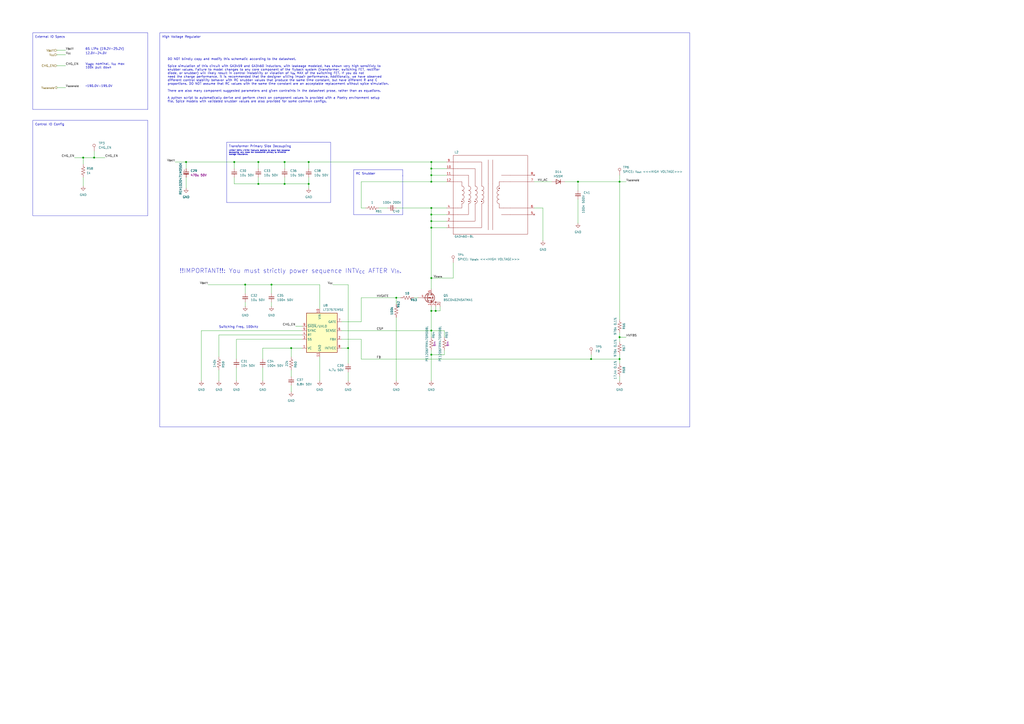
<source format=kicad_sch>
(kicad_sch (version 20231120) (generator "eeschema") (generator_version "8.0")
  (paper "A2")
  (title_block (title "Kicker") (date "2024-12-04") (rev "4.0") (company "The A-Team (RC SSL)") (comment 1 "W. Stuckey"))
  (lib_symbols
    (symbol "AT-Inductors:GA3460-BL"
      (property "Reference" "L" (at 0 -25.4 0))
      (property "Value" "GA3460-BL" (at 0 25.4 0))
      (symbol "GA3460-BL_0_1"
        (rectangle (start -21.59 22.86) (end 21.59 -22.86) (stroke (width 0.1524)))
        (arc (start -16.51 -5.08) (mid -15.2558 -3.81) (end -16.51 -2.54) (stroke (width 0.1524)))
        (circle (center -16.51 3.81) (radius 0.254) (stroke (width 0.1524)) (fill (type outline)))
        (arc (start -16.4198 -2.54) (mid -15.2368 -1.27) (end -16.4198 0) (stroke (width 0.1524)))
        (arc (start -16.3296 2.54) (mid -15.2979 3.8897) (end -16.51 5.08) (stroke (width 0.1524)))
        (arc (start -16.2619 0.0112) (mid -15.2302 1.3609) (end -16.4423 2.5512) (stroke (width 0.1524)))
        (arc (start -12.6841 -5.08) (mid -11.4299 -3.81) (end -12.6841 -2.54) (stroke (width 0.1524)))
        (arc (start -12.5939 -2.54) (mid -11.4109 -1.27) (end -12.5939 0) (stroke (width 0.1524)))
        (arc (start -12.5196 2.54) (mid -11.4184 3.8946) (end -12.7 5.08) (stroke (width 0.1524)))
        (arc (start -12.4519 0.0112) (mid -11.4202 1.3609) (end -12.6323 2.5512) (stroke (width 0.1524)))
        (circle (center -12.446 3.81) (radius 0.254) (stroke (width 0.1524)) (fill (type outline)))
        (circle (center -8.89 3.81) (radius 0.254) (stroke (width 0.1524)) (fill (type outline)))
        (arc (start -8.8741 -5.08) (mid -7.6199 -3.81) (end -8.8741 -2.54) (stroke (width 0.1524)))
        (arc (start -8.7839 -2.54) (mid -7.6009 -1.27) (end -8.7839 0) (stroke (width 0.1524)))
        (arc (start -8.7096 2.54) (mid -7.6743 3.89) (end -8.89 5.08) (stroke (width 0.1524)))
        (arc (start -8.6419 0.0112) (mid -7.6102 1.3609) (end -8.8223 2.5512) (stroke (width 0.1524)))
        (circle (center -5.08 3.81) (radius 0.254) (stroke (width 0.1524)) (fill (type outline)))
        (arc (start -5.0641 -5.08) (mid -3.8099 -3.81) (end -5.0641 -2.54) (stroke (width 0.1524)))
        (arc (start -4.9898 2.54) (mid -3.8068 3.81) (end -4.9898 5.08) (stroke (width 0.1524)))
        (arc (start -4.9739 -2.54) (mid -3.7909 -1.27) (end -4.9739 0) (stroke (width 0.1524)))
        (arc (start -4.8319 0.0112) (mid -3.8002 1.3609) (end -5.0123 2.5512) (stroke (width 0.1524)))
        (polyline (pts (xy -19.05 -19.05) (xy -22.86 -19.05)) (stroke (width 0.1524)))
        (polyline (pts (xy -19.05 -11.43) (xy -22.86 -11.43)) (stroke (width 0.1524)))
        (polyline (pts (xy -19.05 -7.62) (xy -22.86 -7.62)) (stroke (width 0.1524)))
        (polyline (pts (xy -19.05 7.62) (xy -22.86 7.62)) (stroke (width 0.1524)))
        (polyline (pts (xy -19.05 15.24) (xy -22.86 15.24)) (stroke (width 0.1524)))
        (polyline (pts (xy -1.27 -6.35) (xy -1.27 -20.32)) (stroke (width 0.1524)))
        (polyline (pts (xy -1.27 6.35) (xy -1.27 -6.35)) (stroke (width 0.1524)))
        (polyline (pts (xy -1.27 6.35) (xy -1.27 20.32)) (stroke (width 0.1524)))
        (polyline (pts (xy 1.27 -6.35) (xy 1.27 -20.32)) (stroke (width 0.1524)))
        (polyline (pts (xy 1.27 6.35) (xy 1.27 -6.35)) (stroke (width 0.1524)))
        (polyline (pts (xy 1.27 6.35) (xy 1.27 20.32)) (stroke (width 0.1524)))
        (polyline (pts (xy 7.62 -7.62) (xy 11.43 -7.62)) (stroke (width 0.1524)))
        (polyline (pts (xy 7.62 7.62) (xy 11.43 7.62)) (stroke (width 0.1524)))
        (polyline (pts (xy 11.43 -11.43) (xy 6.35 -11.43)) (stroke (width 0.1524)))
        (polyline (pts (xy 11.43 -11.43) (xy 22.86 -11.43)) (stroke (width 0.1524)))
        (polyline (pts (xy 11.43 -7.62) (xy 22.86 -7.62)) (stroke (width 0.1524)))
        (polyline (pts (xy 11.43 7.62) (xy 22.86 7.62)) (stroke (width 0.1524)))
        (polyline (pts (xy 11.43 11.43) (xy 6.35 11.43)) (stroke (width 0.1524)))
        (polyline (pts (xy 11.43 11.43) (xy 22.86 11.43)) (stroke (width 0.1524)))
        (polyline (pts (xy -19.05 -15.24) (xy -22.86 -15.24) (xy -21.59 -15.24)) (stroke (width 0.1524)))
        (polyline (pts (xy -19.05 11.43) (xy -22.86 11.43) (xy -21.59 11.43)) (stroke (width 0.1524)))
        (polyline (pts (xy -19.05 19.05) (xy -22.86 19.05) (xy -21.59 19.05)) (stroke (width 0.1524)))
        (polyline (pts (xy -16.51 -5.08) (xy -16.51 -7.62) (xy -19.05 -7.62)) (stroke (width 0.1524)))
        (polyline (pts (xy -16.51 5.08) (xy -16.51 7.62) (xy -19.05 7.62)) (stroke (width 0.1524)))
        (polyline (pts (xy -12.7 -5.08) (xy -12.7 -11.43) (xy -19.05 -11.43)) (stroke (width 0.1524)))
        (polyline (pts (xy -12.7 5.08) (xy -12.7 11.43) (xy -19.05 11.43)) (stroke (width 0.1524)))
        (polyline (pts (xy -8.89 -5.08) (xy -8.89 -15.24) (xy -19.05 -15.24)) (stroke (width 0.1524)))
        (polyline (pts (xy -8.89 5.08) (xy -8.89 15.24) (xy -19.05 15.24)) (stroke (width 0.1524)))
        (polyline (pts (xy -5.08 -5.08) (xy -5.08 -19.05) (xy -19.05 -19.05)) (stroke (width 0.1524)))
        (polyline (pts (xy -5.08 5.08) (xy -5.08 19.05) (xy -19.05 19.05)) (stroke (width 0.1524)))
        (polyline (pts (xy 5.08 -5.08) (xy 5.08 -7.62) (xy 7.62 -7.62)) (stroke (width 0.1524)))
        (polyline (pts (xy 5.08 5.08) (xy 5.08 7.62) (xy 7.62 7.62)) (stroke (width 0.1524)))
        (arc (start 4.9739 0) (mid 3.7909 -1.27) (end 4.9739 -2.54) (stroke (width 0.1524)))
        (arc (start 4.9898 5.08) (mid 3.8068 3.81) (end 4.9898 2.54) (stroke (width 0.1524)))
        (arc (start 5.0123 2.5512) (mid 3.8002 1.3609) (end 4.8319 0.0112) (stroke (width 0.1524)))
        (arc (start 5.0641 -2.54) (mid 3.8099 -3.81) (end 5.0641 -5.08) (stroke (width 0.1524)))
        (circle (center 5.08 -3.81) (radius 0.254) (stroke (width 0.1524)) (fill (type outline)))
      )
      (symbol "GA3460-BL_1_1"
        (pin passive line (at -25.4 19.05 0) (length 2.54) (name "") (number "1"))
        (pin passive line (at -25.4 -15.24 0) (length 2.54) (name "") (number "10"))
        (pin passive line (at -25.4 -11.43 0) (length 2.54) (name "") (number "11"))
        (pin passive line (at -25.4 -7.62 0) (length 2.54) (name "") (number "12"))
        (pin passive line (at -25.4 15.24 0) (length 2.54) (name "") (number "2"))
        (pin passive line (at -25.4 11.43 0) (length 2.54) (name "") (number "3"))
        (pin passive line (at -25.4 7.62 0) (length 2.54) (name "") (number "4"))
        (pin no_connect line (at 25.4 11.43 180) (length 2.54) (name "") (number "5"))
        (pin passive line (at 25.4 7.62 180) (length 2.54) (name "") (number "6"))
        (pin passive line (at 25.4 -7.62 180) (length 2.54) (name "") (number "7"))
        (pin no_connect line (at 25.4 -11.43 180) (length 2.54) (name "") (number "8"))
        (pin passive line (at -25.4 -19.05 0) (length 2.54) (name "") (number "9"))
      )
    )
    (symbol "AT-Transistors:Q_NMOS_SGD_PowerPAK" (pin_names (offset 0) hide)
      (property "Reference" "Q" (at 5.08 1.27 0))
      (property "Value" "Q_NMOS_SGD_PowerPAK" (at 5.08 -1.27 0))
      (symbol "Q_NMOS_SGD_PowerPAK_0_1"
        (polyline (pts (xy 0.254 0) (xy -2.54 0)))
        (polyline (pts (xy 0.254 1.905) (xy 0.254 -1.905)) (stroke (width 0.254)))
        (polyline (pts (xy 0.762 -1.27) (xy 0.762 -2.286)) (stroke (width 0.254)))
        (polyline (pts (xy 0.762 0.508) (xy 0.762 -0.508)) (stroke (width 0.254)))
        (polyline (pts (xy 0.762 2.286) (xy 0.762 1.27)) (stroke (width 0.254)))
        (polyline (pts (xy 2.54 2.54) (xy 2.54 1.778)))
        (polyline (pts (xy 7.62 -2.54) (xy 5.08 -2.54)) (stroke (width 0.1524)))
        (polyline (pts (xy 2.54 -2.54) (xy 2.54 0) (xy 0.762 0)))
        (polyline (pts (xy 5.08 -2.54) (xy 2.54 -2.54) (xy 3.81 -2.54)) (stroke (width 0.1524)))
        (polyline (pts (xy 0.762 -1.778) (xy 3.302 -1.778) (xy 3.302 1.778) (xy 0.762 1.778)))
        (polyline (pts (xy 1.016 0) (xy 2.032 0.381) (xy 2.032 -0.381) (xy 1.016 0)) (fill (type outline)))
        (polyline (pts (xy 2.794 0.508) (xy 2.921 0.381) (xy 3.683 0.381) (xy 3.81 0.254)))
        (polyline (pts (xy 3.302 0.381) (xy 2.921 -0.254) (xy 3.683 -0.254) (xy 3.302 0.381)))
        (circle (center 1.651 0) (radius 2.794) (stroke (width 0.254)))
        (circle (center 2.54 -2.54) (radius 0.254) (fill (type outline)))
        (circle (center 2.54 -1.778) (radius 0.254) (fill (type outline)))
        (circle (center 2.54 1.778) (radius 0.254) (fill (type outline)))
        (circle (center 5.08 -2.54) (radius 0.254) (fill (type outline)))
      )
      (symbol "Q_NMOS_SGD_PowerPAK_1_1"
        (pin passive line (at 2.54 -5.08 90) (length 2.54) (name "S") (number "1"))
        (pin passive line (at 5.08 -5.08 90) (length 2.54) (name "S") (number "2"))
        (pin passive line (at 7.62 -5.08 90) (length 2.54) (name "S") (number "3"))
        (pin input line (at -5.08 0 0) (length 5.08) (name "G") (number "4"))
        (pin passive line (at 2.54 5.08 270) (length 2.54) (name "D") (number "5"))
      )
    )
    (symbol "Connector:TestPoint" (pin_numbers hide) (pin_names (offset 0.762) hide)
      (property "Reference" "TP" (at 0 6.858 0))
      (property "Value" "TestPoint" (at 0 5.08 0))
      (symbol "TestPoint_0_1"
        (circle (center 0 3.302) (radius 0.762))
      )
      (symbol "TestPoint_1_1"
        (pin passive line (at 0 0 90) (length 2.54) (name "1") (number "1"))
      )
    )
    (symbol "Device:C_Polarized_Small" (pin_numbers hide) (pin_names (offset 0.254) hide)
      (property "Reference" "C" (at 0.254 1.778 0))
      (property "Value" "C_Polarized_Small" (at 0.254 -2.032 0))
      (symbol "C_Polarized_Small_0_1"
        (rectangle (start -1.524 -0.3048) (end 1.524 -0.6858) (fill (type outline)))
        (rectangle (start -1.524 0.6858) (end 1.524 0.3048))
        (polyline (pts (xy -1.27 1.524) (xy -0.762 1.524)))
        (polyline (pts (xy -1.016 1.27) (xy -1.016 1.778)))
      )
      (symbol "C_Polarized_Small_1_1"
        (pin passive line (at 0 2.54 270) (length 1.8542) (name "~") (number "1"))
        (pin passive line (at 0 -2.54 90) (length 1.8542) (name "~") (number "2"))
      )
    )
    (symbol "Device:C_Small" (pin_numbers hide) (pin_names (offset 0.254) hide)
      (property "Reference" "C" (at 0.254 1.778 0))
      (property "Value" "C_Small" (at 0.254 -2.032 0))
      (symbol "C_Small_0_1"
        (polyline (pts (xy -1.524 -0.508) (xy 1.524 -0.508)) (stroke (width 0.3302)))
        (polyline (pts (xy -1.524 0.508) (xy 1.524 0.508)) (stroke (width 0.3048)))
      )
      (symbol "C_Small_1_1"
        (pin passive line (at 0 2.54 270) (length 2.032) (name "~") (number "1"))
        (pin passive line (at 0 -2.54 90) (length 2.032) (name "~") (number "2"))
      )
    )
    (symbol "Device:D" (pin_numbers hide) (pin_names (offset 1.016) hide)
      (property "Reference" "D" (at 0 2.54 0))
      (property "Value" "D" (at 0 -2.54 0))
      (symbol "D_0_1"
        (polyline (pts (xy -1.27 1.27) (xy -1.27 -1.27)) (stroke (width 0.254)))
        (polyline (pts (xy 1.27 0) (xy -1.27 0)))
        (polyline (pts (xy 1.27 1.27) (xy 1.27 -1.27) (xy -1.27 0) (xy 1.27 1.27)) (stroke (width 0.254)))
      )
      (symbol "D_1_1"
        (pin passive line (at -3.81 0 0) (length 2.54) (name "K") (number "1"))
        (pin passive line (at 3.81 0 180) (length 2.54) (name "A") (number "2"))
      )
    )
    (symbol "Device:R_US" (pin_numbers hide) (pin_names (offset 0))
      (property "Reference" "R" (at 2.54 0 90))
      (property "Value" "R_US" (at -2.54 0 90))
      (symbol "R_US_0_1"
        (polyline (pts (xy 0 -2.286) (xy 0 -2.54)))
        (polyline (pts (xy 0 2.286) (xy 0 2.54)))
        (polyline (pts (xy 0 -0.762) (xy 1.016 -1.143) (xy 0 -1.524) (xy -1.016 -1.905) (xy 0 -2.286)))
        (polyline (pts (xy 0 0.762) (xy 1.016 0.381) (xy 0 0) (xy -1.016 -0.381) (xy 0 -0.762)))
        (polyline (pts (xy 0 2.286) (xy 1.016 1.905) (xy 0 1.524) (xy -1.016 1.143) (xy 0 0.762)))
      )
      (symbol "R_US_1_1"
        (pin passive line (at 0 3.81 270) (length 1.27) (name "~") (number "1"))
        (pin passive line (at 0 -3.81 90) (length 1.27) (name "~") (number "2"))
      )
    )
    (symbol "Regulator_Switching:LT3757EMSE"
      (property "Reference" "U" (at -6.35 11.43 0))
      (property "Value" "LT3757EMSE" (at 1.27 11.43 0))
      (symbol "LT3757EMSE_0_1"
        (rectangle (start -7.62 10.16) (end 10.16 -12.7) (stroke (width 0.254)) (fill (type background)))
      )
      (symbol "LT3757EMSE_1_1"
        (pin input line (at -10.16 -10.16 0) (length 2.54) (name "VC") (number "1"))
        (pin power_in line (at 0 12.7 270) (length 2.54) (name "VIN") (number "10"))
        (pin power_in line (at 0 -15.24 90) (length 2.54) (name "GND") (number "11"))
        (pin input line (at 12.7 -5.08 180) (length 2.54) (name "FBX") (number "2"))
        (pin input line (at -10.16 -5.08 0) (length 2.54) (name "SS") (number "3"))
        (pin input line (at -10.16 -2.54 0) (length 2.54) (name "RT") (number "4"))
        (pin input line (at -10.16 0 0) (length 2.54) (name "SYNC") (number "5"))
        (pin input line (at 12.7 0 180) (length 2.54) (name "SENSE") (number "6"))
        (pin output line (at 12.7 5.08 180) (length 2.54) (name "GATE") (number "7"))
        (pin output line (at 12.7 -10.16 180) (length 2.54) (name "INTVCC") (number "8"))
        (pin input line (at -10.16 2.54 0) (length 2.54) (name "~{SHDN}/UVLO") (number "9"))
      )
    )
    (symbol "power:GND" (power) (pin_numbers hide) (pin_names (offset 0) hide)
      (property "Value" "GND" (at 0 -3.81 0))
      (symbol "GND_0_1"
        (polyline (pts (xy 0 0) (xy 0 -1.27) (xy 1.27 -1.27) (xy 0 -2.54) (xy -1.27 -1.27) (xy 0 -1.27)))
      )
      (symbol "GND_1_1"
        (pin power_in line (at 0 0 270) (length 0) (name "~") (number "1"))
      )
    )
  )
  (junction (at 54.61 91.44))
  (junction (at 250.19 191.77))
  (junction (at 252.73 180.34))
  (junction (at 201.93 201.93))
  (junction (at 342.9 208.28))
  (junction (at 229.87 172.72))
  (junction (at 359.41 105.41))
  (junction (at 250.19 105.41))
  (junction (at 250.19 101.6))
  (junction (at 250.19 205.74))
  (junction (at 179.07 106.68))
  (junction (at 335.28 105.41))
  (junction (at 179.07 93.98))
  (junction (at 149.86 106.68))
  (junction (at 250.19 124.46))
  (junction (at 48.26 91.44))
  (junction (at 107.95 93.98))
  (junction (at 250.19 120.65))
  (junction (at 250.19 161.29))
  (junction (at 359.41 208.28))
  (junction (at 142.24 165.1))
  (junction (at 250.19 180.34))
  (junction (at 168.91 201.93))
  (junction (at 250.19 97.79))
  (junction (at 359.41 195.58))
  (junction (at 157.48 165.1))
  (junction (at 250.19 132.08))
  (junction (at 165.1 93.98))
  (junction (at 135.89 93.98))
  (junction (at 250.19 93.98))
  (junction (at 165.1 106.68))
  (junction (at 149.86 93.98))
  (junction (at 250.19 128.27))
  (wire (pts (xy 209.55 172.72) (xy 229.87 172.72)))
  (wire (pts (xy 250.19 120.65) (xy 250.19 124.46)))
  (polyline (pts (xy 233.68 124.46) (xy 205.105 124.46)))
  (wire (pts (xy 152.4 201.93) (xy 168.91 201.93)))
  (wire (pts (xy 250.19 93.98) (xy 259.08 93.98)))
  (wire (pts (xy 250.19 105.41) (xy 250.19 101.6)))
  (wire (pts (xy 137.16 196.85) (xy 137.16 208.28)))
  (wire (pts (xy 175.26 201.93) (xy 168.91 201.93)))
  (wire (pts (xy 250.19 180.34) (xy 252.73 180.34)))
  (polyline (pts (xy 131.445 117.475) (xy 131.445 82.55)))
  (wire (pts (xy 255.27 180.34) (xy 252.73 180.34)))
  (wire (pts (xy 209.55 120.65) (xy 209.55 105.41)))
  (wire (pts (xy 262.89 152.4) (xy 262.89 161.29)))
  (wire (pts (xy 175.26 196.85) (xy 137.16 196.85)))
  (wire (pts (xy 359.41 208.28) (xy 359.41 210.82)))
  (wire (pts (xy 165.1 102.87) (xy 165.1 106.68)))
  (wire (pts (xy 335.28 115.57) (xy 335.28 129.54)))
  (polyline (pts (xy 205.105 98.425) (xy 233.68 98.425)))
  (wire (pts (xy 327.66 105.41) (xy 335.28 105.41)))
  (polyline (pts (xy 191.77 82.55) (xy 191.77 117.475)))
  (wire (pts (xy 168.91 201.93) (xy 168.91 207.01)))
  (wire (pts (xy 107.95 93.98) (xy 135.89 93.98)))
  (wire (pts (xy 250.19 101.6) (xy 250.19 97.79)))
  (wire (pts (xy 250.19 180.34) (xy 250.19 191.77)))
  (wire (pts (xy 157.48 170.18) (xy 157.48 165.1)))
  (wire (pts (xy 33.02 29.21) (xy 38.1 29.21)))
  (wire (pts (xy 48.26 91.44) (xy 48.26 95.25)))
  (wire (pts (xy 229.87 184.15) (xy 229.87 220.98)))
  (wire (pts (xy 229.87 172.72) (xy 229.87 176.53)))
  (wire (pts (xy 259.08 105.41) (xy 250.19 105.41)))
  (polyline (pts (xy 92.71 19.05) (xy 400.05 19.05)))
  (wire (pts (xy 359.41 105.41) (xy 359.41 185.42)))
  (wire (pts (xy 165.1 93.98) (xy 165.1 97.79)))
  (wire (pts (xy 250.19 203.2) (xy 250.19 205.74)))
  (wire (pts (xy 101.6 93.98) (xy 107.95 93.98)))
  (wire (pts (xy 240.03 172.72) (xy 242.57 172.72)))
  (wire (pts (xy 48.26 102.87) (xy 48.26 107.95)))
  (wire (pts (xy 209.55 186.69) (xy 209.55 172.72)))
  (wire (pts (xy 257.81 205.74) (xy 250.19 205.74)))
  (wire (pts (xy 165.1 93.98) (xy 179.07 93.98)))
  (wire (pts (xy 137.16 213.36) (xy 137.16 220.98)))
  (polyline (pts (xy 19.05 19.05) (xy 85.725 19.05)))
  (wire (pts (xy 309.88 105.41) (xy 320.04 105.41)))
  (wire (pts (xy 250.19 97.79) (xy 250.19 93.98)))
  (wire (pts (xy 149.86 102.87) (xy 149.86 106.68)))
  (polyline (pts (xy 205.105 124.46) (xy 205.105 98.425)))
  (wire (pts (xy 43.18 91.44) (xy 48.26 91.44)))
  (wire (pts (xy 179.07 93.98) (xy 179.07 97.79)))
  (wire (pts (xy 165.1 106.68) (xy 179.07 106.68)))
  (polyline (pts (xy 400.05 247.65) (xy 92.71 247.65)))
  (wire (pts (xy 342.9 205.74) (xy 342.9 208.28)))
  (polyline (pts (xy 233.68 101.6) (xy 233.68 124.46)))
  (wire (pts (xy 185.42 207.01) (xy 185.42 220.98)))
  (wire (pts (xy 359.41 218.44) (xy 359.41 220.98)))
  (wire (pts (xy 33.02 50.8) (xy 38.1 50.8)))
  (wire (pts (xy 359.41 195.58) (xy 363.22 195.58)))
  (wire (pts (xy 359.41 193.04) (xy 359.41 195.58)))
  (wire (pts (xy 54.61 87.63) (xy 54.61 91.44)))
  (wire (pts (xy 250.19 191.77) (xy 257.81 191.77)))
  (wire (pts (xy 250.19 128.27) (xy 259.08 128.27)))
  (wire (pts (xy 209.55 208.28) (xy 342.9 208.28)))
  (polyline (pts (xy 19.05 19.05) (xy 19.05 63.5)))
  (wire (pts (xy 107.95 102.87) (xy 107.95 109.22)))
  (wire (pts (xy 209.55 105.41) (xy 250.19 105.41)))
  (wire (pts (xy 175.26 194.31) (xy 127 194.31)))
  (wire (pts (xy 201.93 165.1) (xy 201.93 201.93)))
  (wire (pts (xy 252.73 177.8) (xy 252.73 180.34)))
  (wire (pts (xy 152.4 213.36) (xy 152.4 220.98)))
  (wire (pts (xy 335.28 105.41) (xy 359.41 105.41)))
  (wire (pts (xy 250.19 177.8) (xy 250.19 180.34)))
  (polyline (pts (xy 233.68 98.425) (xy 233.68 102.235)))
  (wire (pts (xy 250.19 101.6) (xy 259.08 101.6)))
  (wire (pts (xy 342.9 208.28) (xy 359.41 208.28)))
  (wire (pts (xy 250.19 132.08) (xy 250.19 161.29)))
  (wire (pts (xy 33.02 38.1) (xy 38.1 38.1)))
  (wire (pts (xy 127 194.31) (xy 127 207.01)))
  (wire (pts (xy 250.19 124.46) (xy 259.08 124.46)))
  (wire (pts (xy 229.87 172.72) (xy 232.41 172.72)))
  (wire (pts (xy 250.19 128.27) (xy 250.19 132.08)))
  (wire (pts (xy 135.89 106.68) (xy 149.86 106.68)))
  (wire (pts (xy 198.12 191.77) (xy 250.19 191.77)))
  (polyline (pts (xy 85.725 69.85) (xy 85.725 125.095)))
  (wire (pts (xy 359.41 195.58) (xy 359.41 198.12)))
  (wire (pts (xy 48.26 91.44) (xy 54.61 91.44)))
  (wire (pts (xy 209.55 196.85) (xy 198.12 196.85)))
  (wire (pts (xy 179.07 102.87) (xy 179.07 106.68)))
  (wire (pts (xy 314.96 120.65) (xy 314.96 139.7)))
  (wire (pts (xy 179.07 106.68) (xy 179.07 109.22)))
  (wire (pts (xy 175.26 191.77) (xy 116.84 191.77)))
  (wire (pts (xy 255.27 177.8) (xy 255.27 180.34)))
  (wire (pts (xy 257.81 195.58) (xy 257.81 191.77)))
  (wire (pts (xy 135.89 93.98) (xy 135.89 97.79)))
  (wire (pts (xy 250.19 205.74) (xy 250.19 220.98)))
  (polyline (pts (xy 400.05 19.05) (xy 400.05 247.65)))
  (wire (pts (xy 209.55 208.28) (xy 209.55 196.85)))
  (polyline (pts (xy 85.725 69.85) (xy 19.05 69.85)))
  (wire (pts (xy 149.86 106.68) (xy 165.1 106.68)))
  (wire (pts (xy 229.87 120.65) (xy 250.19 120.65)))
  (wire (pts (xy 142.24 175.26) (xy 142.24 177.8)))
  (polyline (pts (xy 19.05 125.095) (xy 85.725 125.095)))
  (wire (pts (xy 250.19 191.77) (xy 250.19 195.58)))
  (wire (pts (xy 185.42 165.1) (xy 185.42 179.07)))
  (wire (pts (xy 193.04 165.1) (xy 201.93 165.1)))
  (wire (pts (xy 359.41 101.6) (xy 359.41 105.41)))
  (wire (pts (xy 135.89 93.98) (xy 149.86 93.98)))
  (wire (pts (xy 168.91 214.63) (xy 168.91 218.44)))
  (wire (pts (xy 250.19 120.65) (xy 259.08 120.65)))
  (wire (pts (xy 250.19 132.08) (xy 259.08 132.08)))
  (wire (pts (xy 142.24 165.1) (xy 142.24 170.18)))
  (wire (pts (xy 142.24 165.1) (xy 157.48 165.1)))
  (wire (pts (xy 168.91 223.52) (xy 168.91 227.33)))
  (wire (pts (xy 250.19 161.29) (xy 250.19 167.64)))
  (wire (pts (xy 157.48 165.1) (xy 185.42 165.1)))
  (wire (pts (xy 171.45 189.23) (xy 175.26 189.23)))
  (polyline (pts (xy 85.725 63.5) (xy 19.05 63.5)))
  (wire (pts (xy 198.12 201.93) (xy 201.93 201.93)))
  (wire (pts (xy 212.09 120.65) (xy 209.55 120.65)))
  (wire (pts (xy 201.93 215.9) (xy 201.93 220.98)))
  (wire (pts (xy 250.19 97.79) (xy 259.08 97.79)))
  (polyline (pts (xy 131.445 82.55) (xy 191.77 82.55)))
  (wire (pts (xy 262.89 161.29) (xy 250.19 161.29)))
  (wire (pts (xy 179.07 93.98) (xy 250.19 93.98)))
  (polyline (pts (xy 85.725 19.05) (xy 85.725 63.5)))
  (wire (pts (xy 149.86 93.98) (xy 165.1 93.98)))
  (wire (pts (xy 116.84 191.77) (xy 116.84 220.98)))
  (wire (pts (xy 219.71 120.65) (xy 224.79 120.65)))
  (wire (pts (xy 359.41 205.74) (xy 359.41 208.28)))
  (wire (pts (xy 107.95 97.79) (xy 107.95 93.98)))
  (wire (pts (xy 157.48 175.26) (xy 157.48 177.8)))
  (polyline (pts (xy 19.05 69.85) (xy 19.05 125.095)))
  (wire (pts (xy 257.81 203.2) (xy 257.81 205.74)))
  (wire (pts (xy 152.4 208.28) (xy 152.4 201.93)))
  (wire (pts (xy 33.02 31.75) (xy 38.1 31.75)))
  (wire (pts (xy 127 214.63) (xy 127 220.98)))
  (wire (pts (xy 135.89 102.87) (xy 135.89 106.68)))
  (wire (pts (xy 54.61 91.44) (xy 60.96 91.44)))
  (wire (pts (xy 149.86 93.98) (xy 149.86 97.79)))
  (wire (pts (xy 201.93 201.93) (xy 201.93 210.82)))
  (wire (pts (xy 120.65 165.1) (xy 142.24 165.1)))
  (wire (pts (xy 198.12 186.69) (xy 209.55 186.69)))
  (wire (pts (xy 250.19 124.46) (xy 250.19 128.27)))
  (wire (pts (xy 359.41 105.41) (xy 363.22 105.41)))
  (wire (pts (xy 309.88 120.65) (xy 314.96 120.65)))
  (wire (pts (xy 335.28 105.41) (xy 335.28 110.49)))
  (polyline (pts (xy 191.77 117.475) (xy 131.445 117.475)))
  (polyline (pts (xy 92.71 19.05) (xy 92.71 247.65)))
  (text "DO NOT blindly copy and modify this schematic according to the datasheet.\n\nSpice simulation of this circuit with GA3459 and GA3460 inductors, with leakeage modeled, has shown very high sensitivty to\nsnubber values. Failure to model changes to any core component of the flyback system (transformer, switching FET, rectifier\ndiode, or snubber) will likely result in control instability or violation of V_{ds} MAX of the switching FET. If you do not \nneed the charge performance, it is recommended that the designer willing impair performance. Additionally, we have observed \ndifferent control stability behavor with RC snubber values that produce the same time constant, but have different R and C \nproportions. DO NOT assume that RC values with the same time constant are an acceptable replacement without spice simulation.\n\nThere are also many component suggested parameters and given contraints in the datasheet prose, rather than as equations.\n\nA python script to automatically derive and perform check on component values is provided with a Poetry environment setup\nfile. Spice models with validated snubber values are also provided for some common configs." (at 97.155 59.69 0) (effects (font (size 1.27 1.27)) (justify left bottom)))
  (text "Switching Freq. 100kHz" (at 127 190.5 0) (effects (font (size 1.27 1.27)) (justify left bottom)))
  (text "High Voltage Regulator" (at 93.98 22.225 0) (effects (font (size 1.27 1.27)) (justify left bottom)))
  (text "LAYOUT NOTE: LT3751 instructs designs to place fast response \ndecoupling very close the transformer primary to minimize \nleakage inductance." (at 132.715 90.17 0) (effects (font (size 0.73 0.73)) (justify left bottom)))
  (text "Control IO Config" (at 20.32 73.025 0) (effects (font (size 1.27 1.27)) (justify left bottom)))
  (text "6S LiPo (19.2V-25.2V)" (at 49.53 29.21 0) (effects (font (size 1.27 1.27)) (justify left bottom)))
  (text "~190.0V-195.0V" (at 49.53 50.8 0) (effects (font (size 1.27 1.27)) (justify left bottom)))
  (text "12.0V-24.0V" (at 49.53 31.75 0) (effects (font (size 1.27 1.27)) (justify left bottom)))
  (text "External IO Specs" (at 20.32 22.225 0) (effects (font (size 1.27 1.27)) (justify left bottom)))
  (text "!!IMPORTANT!!: You must strictly power sequence INTV_{cc} AFTER V_{in}." (at 104.14 158.75 0) (effects (font (size 2.54 2.54)) (justify left bottom)))
  (text "V_{logic} nominal, V_{cc} max\n100k pull down" (at 49.53 40.005 0) (effects (font (size 1.27 1.27)) (justify left bottom)))
  (text "Transformer Primary Side Decoupling" (at 132.715 85.725 0) (effects (font (size 1.27 1.27)) (justify left bottom)))
  (text "RC Snubber" (at 206.375 101.6 0) (effects (font (size 1.27 1.27)) (justify left bottom)))
  (label "V_{BATT}" (at 38.1 29.21 0))
  (label "V_{cc}" (at 38.1 31.75 0))
  (label "V_{trans}" (at 251.46 161.29 0))
  (label "V_{solenoid}" (at 38.1 50.8 0))
  (label "CHG_EN" (at 43.18 91.44 180))
  (label "V_{cc}" (at 193.04 165.1 180))
  (label "V_{solenoid}" (at 363.22 105.41 0))
  (label "CHG_EN" (at 60.96 91.44 0))
  (label "CSP" (at 218.44 191.77 0))
  (label "HVFBS" (at 363.22 195.58 0))
  (label "HV_AC" (at 311.785 105.41 0))
  (label "FB" (at 218.44 208.28 0))
  (label "V_{BATT}" (at 120.65 165.1 180))
  (label "HVGATE" (at 218.44 172.72 0))
  (label "CHG_EN" (at 171.45 189.23 180))
  (label "V_{BATT}" (at 101.6 93.98 180))
  (label "CHG_EN" (at 38.1 38.1 0))
  (hierarchical_label "CHG_EN" (shape input) (at 33.02 38.1 180))
  (hierarchical_label "V_{solenoid}" (shape output) (at 33.02 50.8 180))
  (hierarchical_label "V_{BATT}" (shape input) (at 33.02 29.21 180))
  (hierarchical_label "V_{cc}" (shape input) (at 33.02 31.75 180))
  (symbol (lib_id "power:GND") (at 48.26 107.95 0) (unit 1)
    (property "Reference" "#PWR091" (effects (hide yes)))
    (property "Value" "GND" (at 48.26 113.03 0))
    (property "Description" "Power symbol creates a global label with name \"GND\" , ground" (effects (hide yes)))
  )
  (symbol (lib_id "Connector:TestPoint") (at 54.61 87.63 0) (unit 1) (in_bom no)
    (property "Reference" "TP3" (at 57.15 83.0579 0) (effects (justify left)))
    (property "Value" "CHG_EN" (at 57.15 85.5979 0) (effects (justify left)))
    (property "Footprint" "TestPoint:TestPoint_Pad_D1.5mm" (effects (hide yes)))
    (property "Description" "test point" (effects (hide yes)))
  )
  (symbol (lib_id "Device:C_Small") (at 165.1 100.33 0) (unit 1)
    (property "Reference" "C36" (at 168.275 99.0662 0) (effects (justify left)))
    (property "Value" "10u 50V" (at 168.275 101.6062 0) (effects (justify left)))
    (property "Footprint" "Capacitor_SMD:C_0805_2012Metric" (effects (hide yes)))
    (property "Description" "Unpolarized capacitor, small symbol" (effects (hide yes)))
  )
  (symbol (lib_id "Device:C_Small") (at 335.28 113.03 0) (unit 1)
    (property "Reference" "C41" (at 338.455 111.7662 0) (effects (justify left)))
    (property "Value" "100n 500V" (at 338.455 123.825 90) (effects (justify left)))
    (property "Footprint" "Capacitor_SMD:C_1210_3225Metric" (effects (hide yes)))
    (property "Description" "Unpolarized capacitor, small symbol" (effects (hide yes)))
  )
  (symbol (lib_id "power:GND") (at 314.96 139.7 0) (unit 1)
    (property "Reference" "#PWR0105" (effects (hide yes)))
    (property "Value" "GND" (at 314.96 144.78 0))
    (property "Description" "Power symbol creates a global label with name \"GND\" , ground" (effects (hide yes)))
  )
  (symbol (lib_id "Device:R_US") (at 215.9 120.65 90) (unit 1)
    (property "Reference" "R61" (at 219.71 122.555 90))
    (property "Value" "1" (at 215.9 117.475 90))
    (property "Footprint" "Resistor_SMD:R_0805_2012Metric" (effects (hide yes)))
    (property "Description" "Resistor, US symbol" (effects (hide yes)))
  )
  (symbol (lib_id "AT-Transistors:Q_NMOS_SGD_PowerPAK") (at 247.65 172.72 0) (unit 1)
    (property "Reference" "Q5" (at 257.175 171.4499 0) (effects (justify left)))
    (property "Value" "BSC0402NSATMA1" (at 257.175 173.9899 0) (effects (justify left)))
    (property "Footprint" "Package_TO_SOT_SMD:TDSON-8-1" (effects (hide yes)))
    (property "Description" "N-MOSFET transistor, source/gate/drain" (effects (hide yes)))
  )
  (symbol (lib_id "power:GND") (at 152.4 220.98 0) (unit 1)
    (property "Reference" "#PWR097" (effects (hide yes)))
    (property "Value" "GND" (at 152.4 226.06 0))
    (property "Description" "Power symbol creates a global label with name \"GND\" , ground" (effects (hide yes)))
  )
  (symbol (lib_id "Device:D") (at 323.85 105.41 180) (unit 1)
    (property "Reference" "D14" (at 323.85 99.695 0))
    (property "Value" "HS5M" (at 323.85 102.235 0))
    (property "Footprint" "Diode_SMD:D_SMC" (effects (hide yes)))
    (property "Description" "Diode" (effects (hide yes)))
    (property "Sim.Device" "D" (effects (hide yes)))
    (property "Sim.Pins" "1=K 2=A" (effects (hide yes)))
  )
  (symbol (lib_id "power:GND") (at 157.48 177.8 0) (unit 1)
    (property "Reference" "#PWR098" (effects (hide yes)))
    (property "Value" "GND" (at 157.48 182.88 0))
    (property "Description" "Power symbol creates a global label with name \"GND\" , ground" (effects (hide yes)))
  )
  (symbol (lib_id "Connector:TestPoint") (at 262.89 152.4 0) (unit 1) (in_bom no)
    (property "Reference" "TP4" (at 265.43 147.8279 0) (effects (justify left)))
    (property "Value" "SPICE: V_{drain} <<<HIGH VOLTAGE>>>" (at 265.43 150.3679 0) (effects (justify left)))
    (property "Footprint" "TestPoint:TestPoint_Pad_D1.5mm" (effects (hide yes)))
    (property "Description" "test point" (effects (hide yes)))
  )
  (symbol (lib_id "Device:C_Small") (at 157.48 172.72 0) (unit 1)
    (property "Reference" "C35" (at 160.655 171.45 0) (effects (justify left)))
    (property "Value" "100n 50V" (at 160.655 173.99 0) (effects (justify left)))
    (property "Footprint" "Capacitor_SMD:C_0402_1005Metric" (effects (hide yes)))
    (property "Description" "Unpolarized capacitor, small symbol" (effects (hide yes)))
  )
  (symbol (lib_id "Device:R_US") (at 127 210.82 180) (unit 1)
    (property "Reference" "R59" (at 129.54 211.455 90))
    (property "Value" "140k" (at 124.46 210.82 90))
    (property "Footprint" "Resistor_SMD:R_0402_1005Metric" (effects (hide yes)))
    (property "Description" "Resistor, US symbol" (effects (hide yes)))
  )
  (symbol (lib_id "Connector:TestPoint") (at 342.9 205.74 0) (unit 1) (in_bom no)
    (property "Reference" "TP5" (at 345.44 201.1679 0) (effects (justify left)))
    (property "Value" "FB" (at 345.44 203.7079 0) (effects (justify left)))
    (property "Footprint" "TestPoint:TestPoint_Pad_D1.5mm" (effects (hide yes)))
    (property "Description" "test point" (effects (hide yes)))
  )
  (symbol (lib_id "AT-Inductors:GA3460-BL") (at 284.48 113.03 0) (mirror x) (unit 1)
    (property "Reference" "L2" (at 264.795 88.265 0))
    (property "Value" "GA3460-BL" (at 269.24 137.16 0))
    (property "Footprint" "AT-Inductors:GA34XX-BL" (effects (hide yes)))
    (property "Datasheet" "GA3460-BL" (effects (hide yes)))
  )
  (symbol (lib_id "power:GND") (at 229.87 220.98 0) (unit 1)
    (property "Reference" "#PWR0103" (effects (hide yes)))
    (property "Value" "GND" (at 229.87 226.06 0))
    (property "Description" "Power symbol creates a global label with name \"GND\" , ground" (effects (hide yes)))
  )
  (symbol (lib_id "Device:C_Small") (at 142.24 172.72 0) (unit 1)
    (property "Reference" "C32" (at 145.415 171.4562 0) (effects (justify left)))
    (property "Value" "10u 50V" (at 145.415 173.9962 0) (effects (justify left)))
    (property "Footprint" "Capacitor_SMD:C_0805_2012Metric" (effects (hide yes)))
    (property "Description" "Unpolarized capacitor, small symbol" (effects (hide yes)))
  )
  (symbol (lib_id "power:GND") (at 250.19 220.98 0) (unit 1)
    (property "Reference" "#PWR0104" (effects (hide yes)))
    (property "Value" "GND" (at 250.19 226.06 0))
    (property "Description" "Power symbol creates a global label with name \"GND\" , ground" (effects (hide yes)))
  )
  (symbol (lib_id "Device:C_Polarized_Small") (at 107.95 100.33 0) (unit 1)
    (property "Reference" "C29" (at 110.49 99.06 0) (effects (justify left)))
    (property "Value" "REH1020471M050K" (at 104.775 113.03 90) (effects (justify left)))
    (property "Footprint" "AT-Capacitors:CP_Radial_H_InPlane_D10.00mm_H22.00mm_P5.00mm" (effects (hide yes)))
    (property "Description" "Polarized capacitor, small symbol" (effects (hide yes)))
    (property "Value2" "470u 50V" (at 110.49 101.6 0) (effects (justify left)))
  )
  (symbol (lib_id "Device:C_Small") (at 168.91 220.98 0) (unit 1)
    (property "Reference" "C37" (at 172.085 220.3513 0) (effects (justify left)))
    (property "Value" "6.8n 50V" (at 172.085 222.8913 0) (effects (justify left)))
    (property "Footprint" "Capacitor_SMD:C_0402_1005Metric" (effects (hide yes)))
    (property "Description" "Unpolarized capacitor, small symbol" (effects (hide yes)))
  )
  (symbol (lib_id "Device:R_US") (at 168.91 210.82 180) (unit 1)
    (property "Reference" "R60" (at 171.45 211.455 90))
    (property "Value" "22k" (at 166.37 210.82 90))
    (property "Footprint" "Resistor_SMD:R_0402_1005Metric" (effects (hide yes)))
    (property "Description" "Resistor, US symbol" (effects (hide yes)))
  )
  (symbol (lib_id "power:GND") (at 201.93 220.98 0) (unit 1)
    (property "Reference" "#PWR0102" (effects (hide yes)))
    (property "Value" "GND" (at 201.93 226.06 0))
    (property "Description" "Power symbol creates a global label with name \"GND\" , ground" (effects (hide yes)))
  )
  (symbol (lib_id "Device:C_Small") (at 179.07 100.33 0) (unit 1)
    (property "Reference" "C38" (at 182.245 99.0662 0) (effects (justify left)))
    (property "Value" "10u 50V" (at 182.245 101.6062 0) (effects (justify left)))
    (property "Footprint" "Capacitor_SMD:C_0805_2012Metric" (effects (hide yes)))
    (property "Description" "Unpolarized capacitor, small symbol" (effects (hide yes)))
  )
  (symbol (lib_id "Device:R_US") (at 359.41 189.23 180) (unit 1)
    (property "Reference" "R66" (at 361.95 189.23 90))
    (property "Value" "976k 0.1%" (at 356.87 189.23 90))
    (property "Footprint" "Resistor_SMD:R_0805_2012Metric" (effects (hide yes)))
    (property "Description" "Resistor, US symbol" (effects (hide yes)))
  )
  (symbol (lib_id "power:GND") (at 137.16 220.98 0) (unit 1)
    (property "Reference" "#PWR095" (effects (hide yes)))
    (property "Value" "GND" (at 137.16 226.06 0))
    (property "Description" "Power symbol creates a global label with name \"GND\" , ground" (effects (hide yes)))
  )
  (symbol (lib_id "Device:C_Small") (at 227.33 120.65 90) (unit 1)
    (property "Reference" "C40" (at 229.87 122.555 90))
    (property "Value" "100n 200V" (at 227.33 117.475 90))
    (property "Footprint" "Capacitor_SMD:C_0805_2012Metric" (effects (hide yes)))
    (property "Description" "Unpolarized capacitor, small symbol" (effects (hide yes)))
  )
  (symbol (lib_id "Device:C_Small") (at 149.86 100.33 0) (unit 1)
    (property "Reference" "C33" (at 153.035 99.0662 0) (effects (justify left)))
    (property "Value" "10u 50V" (at 153.035 101.6062 0) (effects (justify left)))
    (property "Footprint" "Capacitor_SMD:C_0805_2012Metric" (effects (hide yes)))
    (property "Description" "Unpolarized capacitor, small symbol" (effects (hide yes)))
  )
  (symbol (lib_id "power:GND") (at 142.24 177.8 0) (unit 1)
    (property "Reference" "#PWR096" (effects (hide yes)))
    (property "Value" "GND" (at 142.24 182.88 0))
    (property "Description" "Power symbol creates a global label with name \"GND\" , ground" (effects (hide yes)))
  )
  (symbol (lib_id "power:GND") (at 359.41 220.98 0) (unit 1)
    (property "Reference" "#PWR0107" (effects (hide yes)))
    (property "Value" "GND" (at 359.41 226.06 0))
    (property "Description" "Power symbol creates a global label with name \"GND\" , ground" (effects (hide yes)))
  )
  (symbol (lib_id "Device:R_US") (at 359.41 214.63 180) (unit 1)
    (property "Reference" "R68" (at 361.95 214.63 90))
    (property "Value" "17.4k 0.1%" (at 356.87 214.63 90))
    (property "Footprint" "Resistor_SMD:R_0402_1005Metric" (effects (hide yes)))
    (property "Description" "Resistor, US symbol" (effects (hide yes)))
  )
  (symbol (lib_id "Device:R_US") (at 236.22 172.72 90) (unit 1)
    (property "Reference" "R63" (at 240.03 173.99 90))
    (property "Value" "10" (at 236.22 170.18 90))
    (property "Footprint" "Resistor_SMD:R_0402_1005Metric" (effects (hide yes)))
    (property "Description" "Resistor, US symbol" (effects (hide yes)))
  )
  (symbol (lib_id "power:GND") (at 168.91 227.33 0) (unit 1)
    (property "Reference" "#PWR099" (effects (hide yes)))
    (property "Value" "GND" (at 168.91 232.41 0))
    (property "Description" "Power symbol creates a global label with name \"GND\" , ground" (effects (hide yes)))
  )
  (symbol (lib_id "Device:R_US") (at 257.81 199.39 180) (unit 1)
    (property "Reference" "R65" (at 259.08 194.31 90))
    (property "Value" "PE1206FRM470R008L" (at 255.27 199.39 90))
    (property "Footprint" "Resistor_SMD:R_1206_3216Metric" (effects (hide yes)))
    (property "Description" "Resistor, US symbol" (effects (hide yes)))
    (property "Value2" "8m" (at 259.715 199.39 90))
  )
  (symbol (lib_id "power:GND") (at 116.84 220.98 0) (unit 1)
    (property "Reference" "#PWR093" (effects (hide yes)))
    (property "Value" "GND" (at 116.84 226.06 0))
    (property "Description" "Power symbol creates a global label with name \"GND\" , ground" (effects (hide yes)))
  )
  (symbol (lib_id "power:GND") (at 179.07 109.22 0) (unit 1)
    (property "Reference" "#PWR0100" (effects (hide yes)))
    (property "Value" "GND" (at 179.07 114.3 0))
    (property "Description" "Power symbol creates a global label with name \"GND\" , ground" (effects (hide yes)))
  )
  (symbol (lib_id "power:GND") (at 335.28 129.54 0) (unit 1)
    (property "Reference" "#PWR0106" (effects (hide yes)))
    (property "Value" "GND" (at 335.28 134.62 0))
    (property "Description" "Power symbol creates a global label with name \"GND\" , ground" (effects (hide yes)))
  )
  (symbol (lib_id "Regulator_Switching:LT3757EMSE") (at 185.42 191.77 0) (unit 1)
    (property "Reference" "U8" (at 187.3759 177.165 0) (effects (justify left)))
    (property "Value" "LT3757EMSE" (at 187.3759 179.705 0) (effects (justify left)))
    (property "Footprint" "Package_SO:MSOP-10-1EP_3x3mm_P0.5mm_EP1.68x1.88mm" (effects (hide yes)))
    (property "Datasheet" "https://www.analog.com/media/en/technical-documentation/data-sheets/3757Afe.pdf" (effects (hide yes)))
    (property "Description" "Boost, flyback, SEPIC and inverting regulator. MSOP-10" (effects (hide yes)))
  )
  (symbol (lib_id "power:GND") (at 107.95 109.22 0) (unit 1)
    (property "Reference" "#PWR092" (effects (hide yes)))
    (property "Value" "GND" (at 107.95 114.3 0))
    (property "Description" "Power symbol creates a global label with name \"GND\" , ground" (effects (hide yes)))
  )
  (symbol (lib_id "Device:R_US") (at 229.87 180.34 180) (unit 1)
    (property "Reference" "R62" (at 231.14 176.53 90))
    (property "Value" "100k" (at 227.33 180.34 90))
    (property "Footprint" "Resistor_SMD:R_0402_1005Metric" (effects (hide yes)))
    (property "Description" "Resistor, US symbol" (effects (hide yes)))
  )
  (symbol (lib_id "power:GND") (at 185.42 220.98 0) (unit 1)
    (property "Reference" "#PWR0101" (effects (hide yes)))
    (property "Value" "GND" (at 185.42 226.06 0))
    (property "Description" "Power symbol creates a global label with name \"GND\" , ground" (effects (hide yes)))
  )
  (symbol (lib_id "Device:C_Small") (at 135.89 100.33 0) (unit 1)
    (property "Reference" "C30" (at 139.065 99.0662 0) (effects (justify left)))
    (property "Value" "10u 50V" (at 139.065 101.6062 0) (effects (justify left)))
    (property "Footprint" "Capacitor_SMD:C_0805_2012Metric" (effects (hide yes)))
    (property "Description" "Unpolarized capacitor, small symbol" (effects (hide yes)))
  )
  (symbol (lib_id "Device:C_Small") (at 137.16 210.82 0) (unit 1)
    (property "Reference" "C31" (at 139.7 209.55 0) (effects (justify left)))
    (property "Value" "10n 50V" (at 139.7 212.09 0) (effects (justify left)))
    (property "Footprint" "Capacitor_SMD:C_0402_1005Metric" (effects (hide yes)))
    (property "Description" "Unpolarized capacitor, small symbol" (effects (hide yes)))
  )
  (symbol (lib_id "Device:C_Small") (at 201.93 213.36 0) (mirror y) (unit 1)
    (property "Reference" "C39" (at 199.39 212.0963 0) (effects (justify left)))
    (property "Value" "4.7u 50V" (at 199.39 214.6363 0) (effects (justify left)))
    (property "Footprint" "Capacitor_SMD:C_0805_2012Metric" (effects (hide yes)))
    (property "Description" "Unpolarized capacitor, small symbol" (effects (hide yes)))
  )
  (symbol (lib_id "Device:R_US") (at 48.26 99.06 0) (unit 1)
    (property "Reference" "R58" (at 50.165 97.7899 0) (effects (justify left)))
    (property "Value" "1k" (at 50.165 100.3299 0) (effects (justify left)))
    (property "Footprint" "Resistor_SMD:R_0402_1005Metric" (effects (hide yes)))
    (property "Description" "Resistor, US symbol" (effects (hide yes)))
  )
  (symbol (lib_id "power:GND") (at 127 220.98 0) (unit 1)
    (property "Reference" "#PWR094" (effects (hide yes)))
    (property "Value" "GND" (at 127 226.06 0))
    (property "Description" "Power symbol creates a global label with name \"GND\" , ground" (effects (hide yes)))
  )
  (symbol (lib_id "Device:C_Small") (at 152.4 210.82 0) (unit 1)
    (property "Reference" "C34" (at 154.94 209.5563 0) (effects (justify left)))
    (property "Value" "100n 50V" (at 154.94 212.0963 0) (effects (justify left)))
    (property "Footprint" "Capacitor_SMD:C_0402_1005Metric" (effects (hide yes)))
    (property "Description" "Unpolarized capacitor, small symbol" (effects (hide yes)))
  )
  (symbol (lib_id "Connector:TestPoint") (at 359.41 101.6 0) (unit 1) (in_bom no)
    (property "Reference" "TP6" (at 361.315 97.0279 0) (effects (justify left)))
    (property "Value" "SPICE: V_{out} <<<HIGH VOLTAGE>>>" (at 361.315 99.5679 0) (effects (justify left)))
    (property "Footprint" "TestPoint:TestPoint_Pad_D1.5mm" (effects (hide yes)))
    (property "Description" "test point" (effects (hide yes)))
  )
  (symbol (lib_id "Device:R_US") (at 359.41 201.93 180) (unit 1)
    (property "Reference" "R67" (at 361.95 201.93 90))
    (property "Value" "976k 0.1%" (at 356.87 201.93 90))
    (property "Footprint" "Resistor_SMD:R_0805_2012Metric" (effects (hide yes)))
    (property "Description" "Resistor, US symbol" (effects (hide yes)))
  )
  (symbol (lib_id "Device:R_US") (at 250.19 199.39 180) (unit 1)
    (property "Reference" "R64" (at 251.46 194.31 90))
    (property "Value" "PE1206FRM470R008L" (at 247.65 199.39 90))
    (property "Footprint" "Resistor_SMD:R_1206_3216Metric" (effects (hide yes)))
    (property "Description" "Resistor, US symbol" (effects (hide yes)))
    (property "Value2" "8m" (at 252.095 199.39 90))
  )
)
</source>
